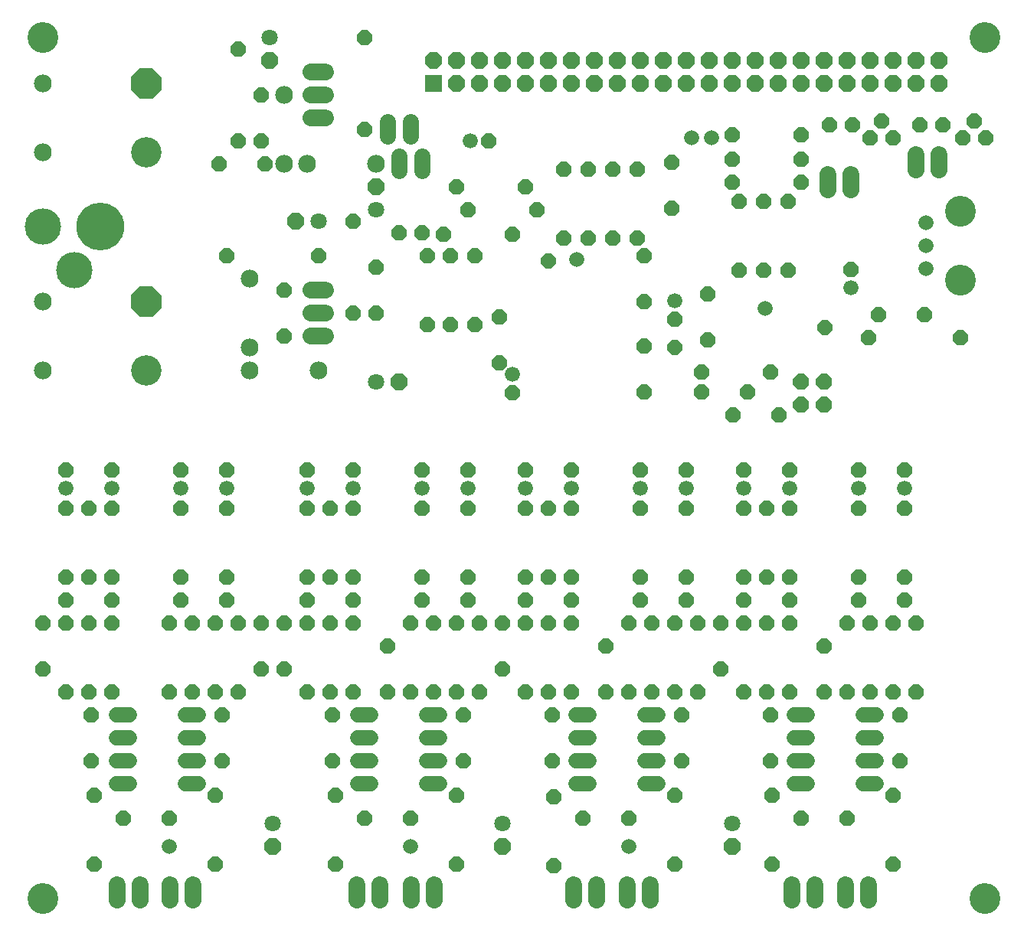
<source format=gbs>
G75*
%MOIN*%
%OFA0B0*%
%FSLAX25Y25*%
%IPPOS*%
%LPD*%
%AMOC8*
5,1,8,0,0,1.08239X$1,22.5*
%
%ADD10C,0.13398*%
%ADD11OC8,0.06600*%
%ADD12C,0.06600*%
%ADD13C,0.06600*%
%ADD14C,0.07400*%
%ADD15OC8,0.13200*%
%ADD16C,0.13200*%
%ADD17C,0.07731*%
%ADD18OC8,0.07100*%
%ADD19C,0.07100*%
%ADD20C,0.15800*%
%ADD21C,0.20800*%
%ADD22OC8,0.07000*%
%ADD23R,0.07400X0.07400*%
%ADD24OC8,0.07400*%
%ADD25C,0.06550*%
%ADD26C,0.07000*%
%ADD27C,0.07337*%
%ADD28OC8,0.06550*%
D10*
X0035000Y0027102D03*
X0434375Y0296477D03*
X0434375Y0326477D03*
X0445000Y0402102D03*
X0035000Y0402102D03*
X0445000Y0027102D03*
D11*
X0405000Y0042102D03*
X0385000Y0062102D03*
X0365000Y0062102D03*
X0352500Y0072102D03*
X0351875Y0087102D03*
X0351875Y0107102D03*
X0350000Y0117102D03*
X0340000Y0117102D03*
X0330000Y0127102D03*
X0320000Y0117102D03*
X0310000Y0117102D03*
X0300000Y0117102D03*
X0290000Y0117102D03*
X0280000Y0117102D03*
X0265000Y0117102D03*
X0255000Y0117102D03*
X0245000Y0117102D03*
X0235000Y0127102D03*
X0225000Y0117102D03*
X0215000Y0117102D03*
X0205000Y0117102D03*
X0195000Y0117102D03*
X0185000Y0117102D03*
X0170000Y0117102D03*
X0160000Y0117102D03*
X0150000Y0117102D03*
X0140000Y0127102D03*
X0130000Y0127102D03*
X0120000Y0117102D03*
X0110000Y0117102D03*
X0100000Y0117102D03*
X0090000Y0117102D03*
X0065000Y0117102D03*
X0055000Y0117102D03*
X0045000Y0117102D03*
X0035000Y0127102D03*
X0035000Y0147102D03*
X0045000Y0147102D03*
X0055000Y0147102D03*
X0065000Y0147102D03*
X0065000Y0157102D03*
X0065000Y0167102D03*
X0055000Y0167102D03*
X0045000Y0167102D03*
X0045000Y0157102D03*
X0090000Y0147102D03*
X0100000Y0147102D03*
X0110000Y0147102D03*
X0115000Y0157102D03*
X0120000Y0147102D03*
X0130000Y0147102D03*
X0140000Y0147102D03*
X0150000Y0147102D03*
X0160000Y0147102D03*
X0170000Y0147102D03*
X0170000Y0157102D03*
X0170000Y0167102D03*
X0160000Y0167102D03*
X0150000Y0167102D03*
X0150000Y0157102D03*
X0115000Y0167102D03*
X0095000Y0167102D03*
X0095000Y0157102D03*
X0095000Y0197102D03*
X0095000Y0213602D03*
X0115000Y0213602D03*
X0115000Y0197102D03*
X0150000Y0197102D03*
X0160000Y0197102D03*
X0170000Y0197102D03*
X0170000Y0213602D03*
X0150000Y0213602D03*
X0200000Y0213602D03*
X0200000Y0197102D03*
X0220000Y0197102D03*
X0220000Y0213602D03*
X0245000Y0213602D03*
X0245000Y0197102D03*
X0255000Y0197102D03*
X0265000Y0197102D03*
X0265000Y0213602D03*
X0295000Y0213602D03*
X0295000Y0197102D03*
X0315000Y0197102D03*
X0315000Y0213602D03*
X0340000Y0213602D03*
X0340000Y0197102D03*
X0350000Y0197102D03*
X0360000Y0197102D03*
X0360000Y0213602D03*
X0355625Y0237727D03*
X0341875Y0247727D03*
X0335625Y0237727D03*
X0321875Y0247727D03*
X0321875Y0256477D03*
X0324375Y0270227D03*
X0310000Y0279352D03*
X0296875Y0287102D03*
X0296875Y0267727D03*
X0296875Y0247727D03*
X0324375Y0290227D03*
X0338125Y0300852D03*
X0348750Y0300852D03*
X0359375Y0300852D03*
X0386875Y0301102D03*
X0398750Y0281477D03*
X0394375Y0271477D03*
X0418750Y0281477D03*
X0434375Y0271477D03*
X0410000Y0213602D03*
X0410000Y0197102D03*
X0390000Y0197102D03*
X0390000Y0213602D03*
X0351875Y0256477D03*
X0296875Y0307102D03*
X0293750Y0314602D03*
X0283125Y0314602D03*
X0272500Y0314602D03*
X0261875Y0314602D03*
X0250000Y0327102D03*
X0245000Y0337102D03*
X0261875Y0344602D03*
X0272500Y0344602D03*
X0283125Y0344602D03*
X0293750Y0344602D03*
X0308750Y0347727D03*
X0308750Y0327727D03*
X0335000Y0338977D03*
X0338125Y0330852D03*
X0348750Y0330852D03*
X0359375Y0330852D03*
X0365000Y0338977D03*
X0365000Y0348977D03*
X0365000Y0359602D03*
X0377500Y0363977D03*
X0387500Y0363977D03*
X0395000Y0358352D03*
X0400000Y0365852D03*
X0405000Y0358352D03*
X0416875Y0363977D03*
X0426875Y0363977D03*
X0435625Y0358352D03*
X0440625Y0365852D03*
X0445625Y0358352D03*
X0335000Y0359602D03*
X0335000Y0348977D03*
X0239375Y0316477D03*
X0223125Y0307102D03*
X0212500Y0307102D03*
X0209375Y0316477D03*
X0200000Y0317102D03*
X0190000Y0317102D03*
X0202500Y0307102D03*
X0220000Y0327102D03*
X0215000Y0337102D03*
X0229000Y0357102D03*
X0175000Y0362102D03*
X0175000Y0402102D03*
X0130000Y0377102D03*
X0130000Y0357102D03*
X0120000Y0357102D03*
X0111875Y0347102D03*
X0131875Y0347102D03*
X0170000Y0322102D03*
X0155000Y0307102D03*
X0140000Y0292102D03*
X0140000Y0272102D03*
X0170000Y0282102D03*
X0180000Y0282102D03*
X0180000Y0302102D03*
X0202500Y0277102D03*
X0212500Y0277102D03*
X0223125Y0277102D03*
X0233750Y0280227D03*
X0233750Y0260227D03*
X0239375Y0247477D03*
X0245000Y0167102D03*
X0255000Y0167102D03*
X0265000Y0167102D03*
X0265000Y0157102D03*
X0265000Y0147102D03*
X0255000Y0147102D03*
X0245000Y0147102D03*
X0235000Y0147102D03*
X0245000Y0157102D03*
X0225000Y0147102D03*
X0215000Y0147102D03*
X0205000Y0147102D03*
X0195000Y0147102D03*
X0200000Y0157102D03*
X0200000Y0167102D03*
X0220000Y0167102D03*
X0220000Y0157102D03*
X0185000Y0137102D03*
X0161250Y0107102D03*
X0161250Y0087102D03*
X0162500Y0072102D03*
X0175000Y0062102D03*
X0195000Y0062102D03*
X0215000Y0072102D03*
X0218125Y0087102D03*
X0218125Y0107102D03*
X0256875Y0107102D03*
X0256875Y0087102D03*
X0257500Y0071477D03*
X0270000Y0062102D03*
X0290000Y0062102D03*
X0310000Y0072102D03*
X0313125Y0087102D03*
X0313125Y0107102D03*
X0280000Y0137102D03*
X0290000Y0147102D03*
X0300000Y0147102D03*
X0310000Y0147102D03*
X0320000Y0147102D03*
X0330000Y0147102D03*
X0340000Y0147102D03*
X0350000Y0147102D03*
X0360000Y0147102D03*
X0360000Y0157102D03*
X0360000Y0167102D03*
X0350000Y0167102D03*
X0340000Y0167102D03*
X0340000Y0157102D03*
X0315000Y0157102D03*
X0315000Y0167102D03*
X0295000Y0167102D03*
X0295000Y0157102D03*
X0360000Y0117102D03*
X0375000Y0117102D03*
X0385000Y0117102D03*
X0395000Y0117102D03*
X0405000Y0117102D03*
X0415000Y0117102D03*
X0408125Y0107102D03*
X0408125Y0087102D03*
X0405000Y0072102D03*
X0352500Y0042102D03*
X0310000Y0042102D03*
X0257500Y0041477D03*
X0215000Y0042102D03*
X0162500Y0042102D03*
X0113125Y0087102D03*
X0110000Y0072102D03*
X0090000Y0062102D03*
X0070000Y0062102D03*
X0057500Y0072102D03*
X0056250Y0087102D03*
X0056250Y0107102D03*
X0113125Y0107102D03*
X0110000Y0042102D03*
X0057500Y0042102D03*
X0055000Y0197102D03*
X0045000Y0197102D03*
X0045000Y0213602D03*
X0065000Y0213602D03*
X0065000Y0197102D03*
X0115000Y0307102D03*
X0120000Y0397102D03*
X0390000Y0167102D03*
X0390000Y0157102D03*
X0385000Y0147102D03*
X0395000Y0147102D03*
X0405000Y0147102D03*
X0415000Y0147102D03*
X0410000Y0157102D03*
X0410000Y0167102D03*
X0375000Y0137102D03*
D12*
X0360000Y0205602D03*
X0340000Y0205602D03*
X0315000Y0205602D03*
X0295000Y0205602D03*
X0265000Y0205602D03*
X0245000Y0205602D03*
X0220000Y0205602D03*
X0200000Y0205602D03*
X0170000Y0205602D03*
X0150000Y0205602D03*
X0115000Y0205602D03*
X0095000Y0205602D03*
X0065000Y0205602D03*
X0045000Y0205602D03*
X0221000Y0357102D03*
X0310000Y0287352D03*
X0239375Y0255477D03*
X0386875Y0293102D03*
X0390000Y0205602D03*
X0410000Y0205602D03*
D13*
X0397900Y0107102D02*
X0392100Y0107102D01*
X0392100Y0097102D02*
X0397900Y0097102D01*
X0397900Y0087102D02*
X0392100Y0087102D01*
X0392100Y0077102D02*
X0397900Y0077102D01*
X0367900Y0077102D02*
X0362100Y0077102D01*
X0362100Y0087102D02*
X0367900Y0087102D01*
X0367900Y0097102D02*
X0362100Y0097102D01*
X0362100Y0107102D02*
X0367900Y0107102D01*
X0302900Y0107102D02*
X0297100Y0107102D01*
X0297100Y0097102D02*
X0302900Y0097102D01*
X0302900Y0087102D02*
X0297100Y0087102D01*
X0297100Y0077102D02*
X0302900Y0077102D01*
X0272900Y0077102D02*
X0267100Y0077102D01*
X0267100Y0087102D02*
X0272900Y0087102D01*
X0272900Y0097102D02*
X0267100Y0097102D01*
X0267100Y0107102D02*
X0272900Y0107102D01*
X0207900Y0107102D02*
X0202100Y0107102D01*
X0202100Y0097102D02*
X0207900Y0097102D01*
X0207900Y0087102D02*
X0202100Y0087102D01*
X0202100Y0077102D02*
X0207900Y0077102D01*
X0177900Y0077102D02*
X0172100Y0077102D01*
X0172100Y0087102D02*
X0177900Y0087102D01*
X0177900Y0097102D02*
X0172100Y0097102D01*
X0172100Y0107102D02*
X0177900Y0107102D01*
X0102900Y0107102D02*
X0097100Y0107102D01*
X0097100Y0097102D02*
X0102900Y0097102D01*
X0102900Y0087102D02*
X0097100Y0087102D01*
X0097100Y0077102D02*
X0102900Y0077102D01*
X0072900Y0077102D02*
X0067100Y0077102D01*
X0067100Y0087102D02*
X0072900Y0087102D01*
X0072900Y0097102D02*
X0067100Y0097102D01*
X0067100Y0107102D02*
X0072900Y0107102D01*
D14*
X0151700Y0272102D02*
X0158300Y0272102D01*
X0158300Y0282102D02*
X0151700Y0282102D01*
X0151700Y0292102D02*
X0158300Y0292102D01*
X0158300Y0367102D02*
X0151700Y0367102D01*
X0151700Y0377102D02*
X0158300Y0377102D01*
X0158300Y0387102D02*
X0151700Y0387102D01*
D15*
X0080000Y0382102D03*
X0080000Y0287102D03*
D16*
X0080000Y0257102D03*
X0080000Y0352102D03*
D17*
X0035000Y0352102D03*
X0035000Y0382102D03*
X0125000Y0297102D03*
X0125000Y0267102D03*
X0125000Y0257102D03*
X0155000Y0257102D03*
X0150000Y0347102D03*
X0140000Y0347102D03*
X0140000Y0377102D03*
X0180000Y0347102D03*
X0035000Y0287102D03*
X0035000Y0257102D03*
D18*
X0145000Y0322102D03*
X0180000Y0337102D03*
X0133750Y0392102D03*
X0190000Y0252102D03*
X0235000Y0049602D03*
X0335000Y0049602D03*
X0135000Y0049602D03*
D19*
X0135000Y0059602D03*
X0235000Y0059602D03*
X0335000Y0059602D03*
X0180000Y0252102D03*
X0155000Y0322102D03*
X0180000Y0327102D03*
X0133750Y0402102D03*
D20*
X0035000Y0319602D03*
X0048750Y0300852D03*
D21*
X0060000Y0319602D03*
D22*
X0365000Y0252102D03*
X0365000Y0242102D03*
X0375000Y0242102D03*
X0375000Y0252102D03*
D23*
X0205000Y0382102D03*
D24*
X0215000Y0382102D03*
X0225000Y0382102D03*
X0225000Y0392102D03*
X0215000Y0392102D03*
X0205000Y0392102D03*
X0235000Y0392102D03*
X0235000Y0382102D03*
X0245000Y0382102D03*
X0255000Y0382102D03*
X0265000Y0382102D03*
X0275000Y0382102D03*
X0285000Y0382102D03*
X0295000Y0382102D03*
X0305000Y0382102D03*
X0315000Y0382102D03*
X0325000Y0382102D03*
X0335000Y0382102D03*
X0335000Y0392102D03*
X0325000Y0392102D03*
X0315000Y0392102D03*
X0305000Y0392102D03*
X0295000Y0392102D03*
X0285000Y0392102D03*
X0275000Y0392102D03*
X0265000Y0392102D03*
X0255000Y0392102D03*
X0245000Y0392102D03*
X0345000Y0392102D03*
X0345000Y0382102D03*
X0355000Y0382102D03*
X0365000Y0382102D03*
X0375000Y0382102D03*
X0385000Y0382102D03*
X0395000Y0382102D03*
X0405000Y0382102D03*
X0415000Y0382102D03*
X0425000Y0382102D03*
X0425000Y0392102D03*
X0415000Y0392102D03*
X0405000Y0392102D03*
X0395000Y0392102D03*
X0385000Y0392102D03*
X0375000Y0392102D03*
X0365000Y0392102D03*
X0355000Y0392102D03*
D25*
X0326250Y0358352D03*
X0317500Y0358352D03*
X0267500Y0305227D03*
X0349375Y0283977D03*
X0419375Y0301477D03*
X0419375Y0311477D03*
X0419375Y0321477D03*
X0290000Y0049602D03*
X0195000Y0049602D03*
X0090000Y0049602D03*
D26*
X0190000Y0344002D02*
X0190000Y0350202D01*
X0200000Y0350202D02*
X0200000Y0344002D01*
X0195000Y0359002D02*
X0195000Y0365202D01*
X0185000Y0365202D02*
X0185000Y0359002D01*
D27*
X0376875Y0342246D02*
X0376875Y0335709D01*
X0386875Y0335709D02*
X0386875Y0342246D01*
X0415000Y0344459D02*
X0415000Y0350996D01*
X0425000Y0350996D02*
X0425000Y0344459D01*
X0394375Y0032871D02*
X0394375Y0026334D01*
X0384375Y0026334D02*
X0384375Y0032871D01*
X0371250Y0032871D02*
X0371250Y0026334D01*
X0361250Y0026334D02*
X0361250Y0032871D01*
X0299375Y0032871D02*
X0299375Y0026334D01*
X0289375Y0026334D02*
X0289375Y0032871D01*
X0276250Y0032871D02*
X0276250Y0026334D01*
X0266250Y0026334D02*
X0266250Y0032871D01*
X0205625Y0032871D02*
X0205625Y0026334D01*
X0195625Y0026334D02*
X0195625Y0032871D01*
X0181875Y0032871D02*
X0181875Y0026334D01*
X0171875Y0026334D02*
X0171875Y0032871D01*
X0100625Y0032871D02*
X0100625Y0026334D01*
X0090625Y0026334D02*
X0090625Y0032871D01*
X0077500Y0032871D02*
X0077500Y0026334D01*
X0067500Y0026334D02*
X0067500Y0032871D01*
D28*
X0310000Y0267102D03*
X0255000Y0304602D03*
X0375625Y0275852D03*
M02*

</source>
